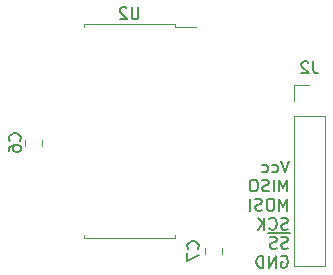
<source format=gbr>
%TF.GenerationSoftware,KiCad,Pcbnew,(6.0.1)*%
%TF.CreationDate,2022-03-15T19:28:32-04:00*%
%TF.ProjectId,WiFi-Board,57694669-2d42-46f6-9172-642e6b696361,rev?*%
%TF.SameCoordinates,Original*%
%TF.FileFunction,Legend,Bot*%
%TF.FilePolarity,Positive*%
%FSLAX46Y46*%
G04 Gerber Fmt 4.6, Leading zero omitted, Abs format (unit mm)*
G04 Created by KiCad (PCBNEW (6.0.1)) date 2022-03-15 19:28:32*
%MOMM*%
%LPD*%
G01*
G04 APERTURE LIST*
%ADD10C,0.150000*%
%ADD11C,0.120000*%
G04 APERTURE END LIST*
D10*
X155763261Y-119887380D02*
X155429928Y-120887380D01*
X155096595Y-119887380D01*
X154334690Y-120839761D02*
X154429928Y-120887380D01*
X154620404Y-120887380D01*
X154715642Y-120839761D01*
X154763261Y-120792142D01*
X154810880Y-120696904D01*
X154810880Y-120411190D01*
X154763261Y-120315952D01*
X154715642Y-120268333D01*
X154620404Y-120220714D01*
X154429928Y-120220714D01*
X154334690Y-120268333D01*
X153477547Y-120839761D02*
X153572785Y-120887380D01*
X153763261Y-120887380D01*
X153858500Y-120839761D01*
X153906119Y-120792142D01*
X153953738Y-120696904D01*
X153953738Y-120411190D01*
X153906119Y-120315952D01*
X153858500Y-120268333D01*
X153763261Y-120220714D01*
X153572785Y-120220714D01*
X153477547Y-120268333D01*
X155620404Y-122497380D02*
X155620404Y-121497380D01*
X155287071Y-122211666D01*
X154953738Y-121497380D01*
X154953738Y-122497380D01*
X154477547Y-122497380D02*
X154477547Y-121497380D01*
X154048976Y-122449761D02*
X153906119Y-122497380D01*
X153668023Y-122497380D01*
X153572785Y-122449761D01*
X153525166Y-122402142D01*
X153477547Y-122306904D01*
X153477547Y-122211666D01*
X153525166Y-122116428D01*
X153572785Y-122068809D01*
X153668023Y-122021190D01*
X153858500Y-121973571D01*
X153953738Y-121925952D01*
X154001357Y-121878333D01*
X154048976Y-121783095D01*
X154048976Y-121687857D01*
X154001357Y-121592619D01*
X153953738Y-121545000D01*
X153858500Y-121497380D01*
X153620404Y-121497380D01*
X153477547Y-121545000D01*
X152858500Y-121497380D02*
X152668023Y-121497380D01*
X152572785Y-121545000D01*
X152477547Y-121640238D01*
X152429928Y-121830714D01*
X152429928Y-122164047D01*
X152477547Y-122354523D01*
X152572785Y-122449761D01*
X152668023Y-122497380D01*
X152858500Y-122497380D01*
X152953738Y-122449761D01*
X153048976Y-122354523D01*
X153096595Y-122164047D01*
X153096595Y-121830714D01*
X153048976Y-121640238D01*
X152953738Y-121545000D01*
X152858500Y-121497380D01*
X155620404Y-124107380D02*
X155620404Y-123107380D01*
X155287071Y-123821666D01*
X154953738Y-123107380D01*
X154953738Y-124107380D01*
X154287071Y-123107380D02*
X154096595Y-123107380D01*
X154001357Y-123155000D01*
X153906119Y-123250238D01*
X153858500Y-123440714D01*
X153858500Y-123774047D01*
X153906119Y-123964523D01*
X154001357Y-124059761D01*
X154096595Y-124107380D01*
X154287071Y-124107380D01*
X154382309Y-124059761D01*
X154477547Y-123964523D01*
X154525166Y-123774047D01*
X154525166Y-123440714D01*
X154477547Y-123250238D01*
X154382309Y-123155000D01*
X154287071Y-123107380D01*
X153477547Y-124059761D02*
X153334690Y-124107380D01*
X153096595Y-124107380D01*
X153001357Y-124059761D01*
X152953738Y-124012142D01*
X152906119Y-123916904D01*
X152906119Y-123821666D01*
X152953738Y-123726428D01*
X153001357Y-123678809D01*
X153096595Y-123631190D01*
X153287071Y-123583571D01*
X153382309Y-123535952D01*
X153429928Y-123488333D01*
X153477547Y-123393095D01*
X153477547Y-123297857D01*
X153429928Y-123202619D01*
X153382309Y-123155000D01*
X153287071Y-123107380D01*
X153048976Y-123107380D01*
X152906119Y-123155000D01*
X152477547Y-124107380D02*
X152477547Y-123107380D01*
X155668023Y-125669761D02*
X155525166Y-125717380D01*
X155287071Y-125717380D01*
X155191833Y-125669761D01*
X155144214Y-125622142D01*
X155096595Y-125526904D01*
X155096595Y-125431666D01*
X155144214Y-125336428D01*
X155191833Y-125288809D01*
X155287071Y-125241190D01*
X155477547Y-125193571D01*
X155572785Y-125145952D01*
X155620404Y-125098333D01*
X155668023Y-125003095D01*
X155668023Y-124907857D01*
X155620404Y-124812619D01*
X155572785Y-124765000D01*
X155477547Y-124717380D01*
X155239452Y-124717380D01*
X155096595Y-124765000D01*
X154096595Y-125622142D02*
X154144214Y-125669761D01*
X154287071Y-125717380D01*
X154382309Y-125717380D01*
X154525166Y-125669761D01*
X154620404Y-125574523D01*
X154668023Y-125479285D01*
X154715642Y-125288809D01*
X154715642Y-125145952D01*
X154668023Y-124955476D01*
X154620404Y-124860238D01*
X154525166Y-124765000D01*
X154382309Y-124717380D01*
X154287071Y-124717380D01*
X154144214Y-124765000D01*
X154096595Y-124812619D01*
X153668023Y-125717380D02*
X153668023Y-124717380D01*
X153096595Y-125717380D02*
X153525166Y-125145952D01*
X153096595Y-124717380D02*
X153668023Y-125288809D01*
X155858500Y-126045000D02*
X154906119Y-126045000D01*
X155668023Y-127279761D02*
X155525166Y-127327380D01*
X155287071Y-127327380D01*
X155191833Y-127279761D01*
X155144214Y-127232142D01*
X155096595Y-127136904D01*
X155096595Y-127041666D01*
X155144214Y-126946428D01*
X155191833Y-126898809D01*
X155287071Y-126851190D01*
X155477547Y-126803571D01*
X155572785Y-126755952D01*
X155620404Y-126708333D01*
X155668023Y-126613095D01*
X155668023Y-126517857D01*
X155620404Y-126422619D01*
X155572785Y-126375000D01*
X155477547Y-126327380D01*
X155239452Y-126327380D01*
X155096595Y-126375000D01*
X154906119Y-126045000D02*
X153953738Y-126045000D01*
X154715642Y-127279761D02*
X154572785Y-127327380D01*
X154334690Y-127327380D01*
X154239452Y-127279761D01*
X154191833Y-127232142D01*
X154144214Y-127136904D01*
X154144214Y-127041666D01*
X154191833Y-126946428D01*
X154239452Y-126898809D01*
X154334690Y-126851190D01*
X154525166Y-126803571D01*
X154620404Y-126755952D01*
X154668023Y-126708333D01*
X154715642Y-126613095D01*
X154715642Y-126517857D01*
X154668023Y-126422619D01*
X154620404Y-126375000D01*
X154525166Y-126327380D01*
X154287071Y-126327380D01*
X154144214Y-126375000D01*
X155096595Y-127985000D02*
X155191833Y-127937380D01*
X155334690Y-127937380D01*
X155477547Y-127985000D01*
X155572785Y-128080238D01*
X155620404Y-128175476D01*
X155668023Y-128365952D01*
X155668023Y-128508809D01*
X155620404Y-128699285D01*
X155572785Y-128794523D01*
X155477547Y-128889761D01*
X155334690Y-128937380D01*
X155239452Y-128937380D01*
X155096595Y-128889761D01*
X155048976Y-128842142D01*
X155048976Y-128508809D01*
X155239452Y-128508809D01*
X154620404Y-128937380D02*
X154620404Y-127937380D01*
X154048976Y-128937380D01*
X154048976Y-127937380D01*
X153572785Y-128937380D02*
X153572785Y-127937380D01*
X153334690Y-127937380D01*
X153191833Y-127985000D01*
X153096595Y-128080238D01*
X153048976Y-128175476D01*
X153001357Y-128365952D01*
X153001357Y-128508809D01*
X153048976Y-128699285D01*
X153096595Y-128794523D01*
X153191833Y-128889761D01*
X153334690Y-128937380D01*
X153572785Y-128937380D01*
%TO.C,J2*%
X157813333Y-111490380D02*
X157813333Y-112204666D01*
X157860952Y-112347523D01*
X157956190Y-112442761D01*
X158099047Y-112490380D01*
X158194285Y-112490380D01*
X157384761Y-111585619D02*
X157337142Y-111538000D01*
X157241904Y-111490380D01*
X157003809Y-111490380D01*
X156908571Y-111538000D01*
X156860952Y-111585619D01*
X156813333Y-111680857D01*
X156813333Y-111776095D01*
X156860952Y-111918952D01*
X157432380Y-112490380D01*
X156813333Y-112490380D01*
%TO.C,U2*%
X143001904Y-106900380D02*
X143001904Y-107709904D01*
X142954285Y-107805142D01*
X142906666Y-107852761D01*
X142811428Y-107900380D01*
X142620952Y-107900380D01*
X142525714Y-107852761D01*
X142478095Y-107805142D01*
X142430476Y-107709904D01*
X142430476Y-106900380D01*
X142001904Y-106995619D02*
X141954285Y-106948000D01*
X141859047Y-106900380D01*
X141620952Y-106900380D01*
X141525714Y-106948000D01*
X141478095Y-106995619D01*
X141430476Y-107090857D01*
X141430476Y-107186095D01*
X141478095Y-107328952D01*
X142049523Y-107900380D01*
X141430476Y-107900380D01*
%TO.C,C6*%
X132945142Y-118197333D02*
X132992761Y-118149714D01*
X133040380Y-118006857D01*
X133040380Y-117911619D01*
X132992761Y-117768761D01*
X132897523Y-117673523D01*
X132802285Y-117625904D01*
X132611809Y-117578285D01*
X132468952Y-117578285D01*
X132278476Y-117625904D01*
X132183238Y-117673523D01*
X132088000Y-117768761D01*
X132040380Y-117911619D01*
X132040380Y-118006857D01*
X132088000Y-118149714D01*
X132135619Y-118197333D01*
X132040380Y-119054476D02*
X132040380Y-118864000D01*
X132088000Y-118768761D01*
X132135619Y-118721142D01*
X132278476Y-118625904D01*
X132468952Y-118578285D01*
X132849904Y-118578285D01*
X132945142Y-118625904D01*
X132992761Y-118673523D01*
X133040380Y-118768761D01*
X133040380Y-118959238D01*
X132992761Y-119054476D01*
X132945142Y-119102095D01*
X132849904Y-119149714D01*
X132611809Y-119149714D01*
X132516571Y-119102095D01*
X132468952Y-119054476D01*
X132421333Y-118959238D01*
X132421333Y-118768761D01*
X132468952Y-118673523D01*
X132516571Y-118625904D01*
X132611809Y-118578285D01*
%TO.C,C7*%
X148029142Y-127341333D02*
X148076761Y-127293714D01*
X148124380Y-127150857D01*
X148124380Y-127055619D01*
X148076761Y-126912761D01*
X147981523Y-126817523D01*
X147886285Y-126769904D01*
X147695809Y-126722285D01*
X147552952Y-126722285D01*
X147362476Y-126769904D01*
X147267238Y-126817523D01*
X147172000Y-126912761D01*
X147124380Y-127055619D01*
X147124380Y-127150857D01*
X147172000Y-127293714D01*
X147219619Y-127341333D01*
X147124380Y-127674666D02*
X147124380Y-128341333D01*
X148124380Y-127912761D01*
D11*
%TO.C,J2*%
X158810000Y-116078000D02*
X156150000Y-116078000D01*
X156150000Y-116078000D02*
X156150000Y-128838000D01*
X158810000Y-116078000D02*
X158810000Y-128838000D01*
X156150000Y-113478000D02*
X156150000Y-114808000D01*
X157480000Y-113478000D02*
X156150000Y-113478000D01*
X158810000Y-128838000D02*
X156150000Y-128838000D01*
%TO.C,U2*%
X142240000Y-108288000D02*
X146100000Y-108288000D01*
X142240000Y-126408000D02*
X138380000Y-126408000D01*
X146100000Y-108288000D02*
X146100000Y-108533000D01*
X142240000Y-126408000D02*
X146100000Y-126408000D01*
X138380000Y-108288000D02*
X138380000Y-108533000D01*
X146100000Y-126408000D02*
X146100000Y-126163000D01*
X138380000Y-126408000D02*
X138380000Y-126163000D01*
X146100000Y-108533000D02*
X147915000Y-108533000D01*
X142240000Y-108288000D02*
X138380000Y-108288000D01*
%TO.C,C6*%
X133377000Y-118625252D02*
X133377000Y-118102748D01*
X134847000Y-118625252D02*
X134847000Y-118102748D01*
%TO.C,C7*%
X150087000Y-127246748D02*
X150087000Y-127769252D01*
X148617000Y-127246748D02*
X148617000Y-127769252D01*
%TD*%
M02*

</source>
